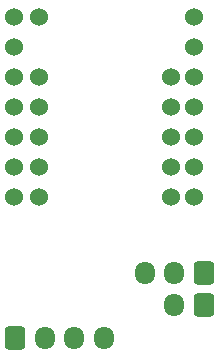
<source format=gbr>
%TF.GenerationSoftware,KiCad,Pcbnew,(6.0.5)*%
%TF.CreationDate,2025-09-07T14:18:53-04:00*%
%TF.ProjectId,inf_mirror_board_rev1,696e665f-6d69-4727-926f-725f626f6172,rev?*%
%TF.SameCoordinates,Original*%
%TF.FileFunction,Soldermask,Top*%
%TF.FilePolarity,Negative*%
%FSLAX46Y46*%
G04 Gerber Fmt 4.6, Leading zero omitted, Abs format (unit mm)*
G04 Created by KiCad (PCBNEW (6.0.5)) date 2025-09-07 14:18:53*
%MOMM*%
%LPD*%
G01*
G04 APERTURE LIST*
G04 Aperture macros list*
%AMRoundRect*
0 Rectangle with rounded corners*
0 $1 Rounding radius*
0 $2 $3 $4 $5 $6 $7 $8 $9 X,Y pos of 4 corners*
0 Add a 4 corners polygon primitive as box body*
4,1,4,$2,$3,$4,$5,$6,$7,$8,$9,$2,$3,0*
0 Add four circle primitives for the rounded corners*
1,1,$1+$1,$2,$3*
1,1,$1+$1,$4,$5*
1,1,$1+$1,$6,$7*
1,1,$1+$1,$8,$9*
0 Add four rect primitives between the rounded corners*
20,1,$1+$1,$2,$3,$4,$5,0*
20,1,$1+$1,$4,$5,$6,$7,0*
20,1,$1+$1,$6,$7,$8,$9,0*
20,1,$1+$1,$8,$9,$2,$3,0*%
G04 Aperture macros list end*
%ADD10C,1.524000*%
%ADD11RoundRect,0.250000X0.600000X0.725000X-0.600000X0.725000X-0.600000X-0.725000X0.600000X-0.725000X0*%
%ADD12O,1.700000X1.950000*%
%ADD13RoundRect,0.250000X-0.600000X-0.725000X0.600000X-0.725000X0.600000X0.725000X-0.600000X0.725000X0*%
G04 APERTURE END LIST*
D10*
%TO.C,*%
X132080000Y-90424000D03*
%TD*%
%TO.C,*%
X132080000Y-87884000D03*
%TD*%
%TO.C,*%
X132080000Y-92964000D03*
%TD*%
D11*
%TO.C,*%
X146050000Y-102108000D03*
%TD*%
D10*
%TO.C,*%
X132080000Y-82804000D03*
%TD*%
%TO.C,*%
X143256000Y-92964000D03*
%TD*%
%TO.C,*%
X132080000Y-77724000D03*
%TD*%
D12*
%TO.C,LEDs*%
X141050000Y-99360000D03*
X143550000Y-99360000D03*
D11*
X146050000Y-99360000D03*
%TD*%
D10*
%TO.C,*%
X143256000Y-82804000D03*
%TD*%
D12*
%TO.C,*%
X143550000Y-102108000D03*
%TD*%
D10*
%TO.C,*%
X143256000Y-90424000D03*
%TD*%
%TO.C,*%
X143256000Y-87884000D03*
%TD*%
%TO.C,*%
X132080000Y-85344000D03*
%TD*%
%TO.C,*%
X143256000Y-85344000D03*
%TD*%
%TO.C,U1*%
X145248000Y-77673500D03*
X145248000Y-80213500D03*
X145248000Y-82753500D03*
X145248000Y-85293500D03*
X145248000Y-87833500D03*
X145248000Y-90373500D03*
X145248000Y-92913500D03*
X130008000Y-92913500D03*
X130008000Y-90373500D03*
X130008000Y-87833500D03*
X130008000Y-85293500D03*
X130008000Y-82753500D03*
X130008000Y-80213500D03*
X130008000Y-77673500D03*
%TD*%
D12*
%TO.C,Accel*%
X137608000Y-104856000D03*
X135108000Y-104856000D03*
X132608000Y-104856000D03*
D13*
X130108000Y-104856000D03*
%TD*%
M02*

</source>
